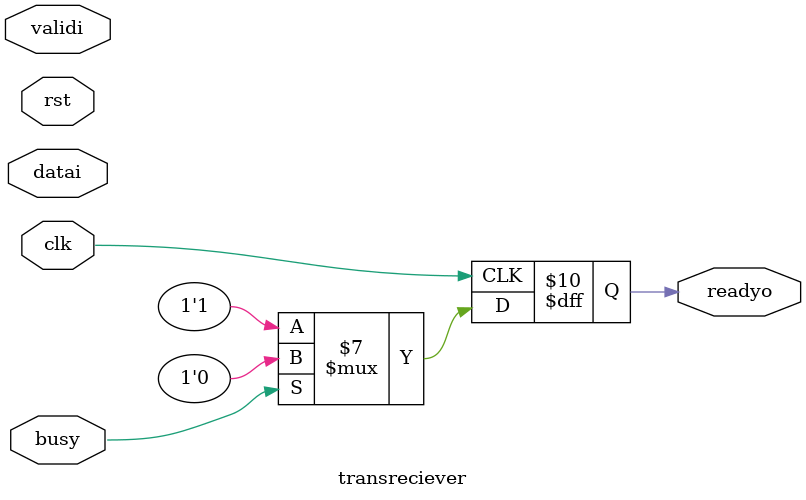
<source format=v>
module transreciever (clk,rst,readyo,datai,validi,busy);
input wire clk;
input wire rst;
input wire busy;
input wire validi;
input wire [3:0] datai;
output reg readyo;

reg [3:0] rx;

always @(posedge clk)begin
    if (busy)begin
        readyo<=1'b0;

    end
    else begin
        readyo<=1'b1;
    end
end
always @(posedge clk)begin
    if(readyo)begin
        rx=datai;
    end
end
    
endmodule
</source>
